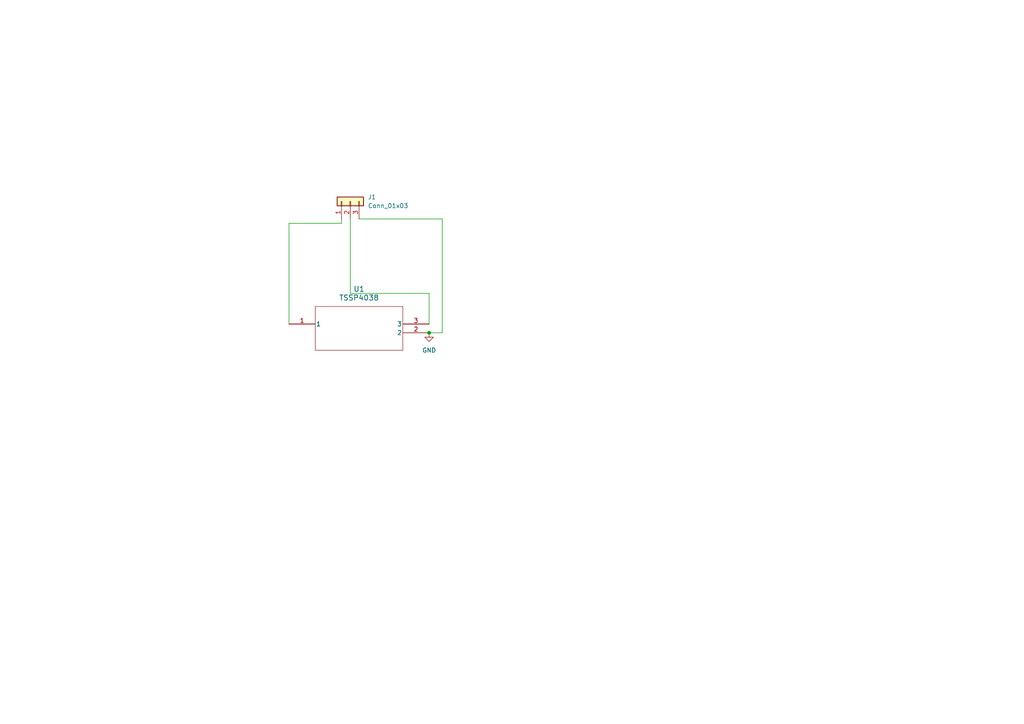
<source format=kicad_sch>
(kicad_sch (version 20231120) (generator "eeschema") (generator_version "8.0")
  (paper "A4")
  (lib_symbols
    (symbol "2024-03-03_03-06-29:TSSP4038" (pin_names (offset 0.254))
      (property "Reference" "U" (at 20.32 10.16 0))
      (property "Value" "TSSP4038" (at 20.32 7.62 0))
      (symbol "TSSP4038_0_1"
        (polyline (pts (xy 7.62 -7.62) (xy 33.02 -7.62)) (stroke (width 0.127)))
        (polyline (pts (xy 7.62 5.08) (xy 7.62 -7.62)) (stroke (width 0.127)))
        (polyline (pts (xy 33.02 -7.62) (xy 33.02 5.08)) (stroke (width 0.127)))
        (polyline (pts (xy 33.02 5.08) (xy 7.62 5.08)) (stroke (width 0.127)))
        (pin unspecified line (at 0 0 0) (length 7.62) (name "1") (number "1"))
        (pin unspecified line (at 40.64 -2.54 180) (length 7.62) (name "2") (number "2"))
        (pin unspecified line (at 40.64 0 180) (length 7.62) (name "3") (number "3"))
      )
    )
    (symbol "Connector_Generic:Conn_01x03" (pin_names (offset 1.016) hide)
      (property "Reference" "J" (at 0 5.08 0))
      (property "Value" "Conn_01x03" (at 0 -5.08 0))
      (symbol "Conn_01x03_1_1"
        (rectangle (start -1.27 -2.413) (end 0 -2.667) (stroke (width 0.1524)))
        (rectangle (start -1.27 0.127) (end 0 -0.127) (stroke (width 0.1524)))
        (rectangle (start -1.27 2.667) (end 0 2.413) (stroke (width 0.1524)))
        (rectangle (start -1.27 3.81) (end 1.27 -3.81) (stroke (width 0.254)) (fill (type background)))
        (pin passive line (at -5.08 2.54 0) (length 3.81) (name "Pin_1") (number "1"))
        (pin passive line (at -5.08 0 0) (length 3.81) (name "Pin_2") (number "2"))
        (pin passive line (at -5.08 -2.54 0) (length 3.81) (name "Pin_3") (number "3"))
      )
    )
    (symbol "power:GND" (power) (pin_numbers hide) (pin_names (offset 0) hide)
      (property "Value" "GND" (at 0 -3.81 0))
      (symbol "GND_0_1"
        (polyline (pts (xy 0 0) (xy 0 -1.27) (xy 1.27 -1.27) (xy 0 -2.54) (xy -1.27 -1.27) (xy 0 -1.27)))
      )
      (symbol "GND_1_1"
        (pin power_in line (at 0 0 270) (length 0) (name "~") (number "1"))
      )
    )
  )
  (junction (at 124.46 96.52))
  (wire (pts (xy 104.14 63.5) (xy 128.27 63.5)))
  (wire (pts (xy 124.46 85.09) (xy 124.46 93.98)))
  (wire (pts (xy 128.27 63.5) (xy 128.27 96.52)))
  (wire (pts (xy 83.82 64.77) (xy 83.82 93.98)))
  (wire (pts (xy 128.27 96.52) (xy 124.46 96.52)))
  (wire (pts (xy 99.06 64.77) (xy 83.82 64.77)))
  (wire (pts (xy 99.06 63.5) (xy 99.06 64.77)))
  (wire (pts (xy 101.6 63.5) (xy 101.6 85.09)))
  (wire (pts (xy 101.6 85.09) (xy 124.46 85.09)))
  (symbol (lib_id "Connector_Generic:Conn_01x03") (at 101.6 58.42 90) (unit 1)
    (property "Reference" "J1" (at 106.68 57.1499 90) (effects (justify right)))
    (property "Value" "Conn_01x03" (at 106.68 59.6899 90) (effects (justify right)))
    (property "Footprint" "Connector_JST:JST_XH_S3B-XH-A-1_1x03_P2.50mm_Horizontal" (effects (hide yes)))
    (property "Description" "Generic connector, single row, 01x03, script generated (kicad-library-utils/schlib/autogen/connector/)" (effects (hide yes)))
  )
  (symbol (lib_id "2024-03-03_03-06-29:TSSP4038") (at 83.82 93.98 0) (unit 1)
    (property "Reference" "U1" (at 104.14 83.82 0) (effects (font (size 1.524 1.524))))
    (property "Value" "TSSP4038" (at 104.14 86.36 0) (effects (font (size 1.524 1.524))))
    (property "Footprint" "tssp4038:TO_SP4038_VIS" (effects (hide yes)))
    (property "Datasheet" "TSSP4038" (effects (hide yes)))
  )
  (symbol (lib_id "power:GND") (at 124.46 96.52 0) (unit 1)
    (property "Reference" "#PWR01" (effects (hide yes)))
    (property "Value" "GND" (at 124.46 101.6 0))
    (property "Description" "Power symbol creates a global label with name \"GND\" , ground" (effects (hide yes)))
  )
)
</source>
